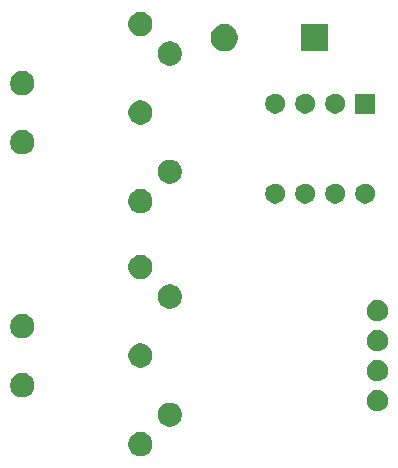
<source format=gbr>
G04 #@! TF.GenerationSoftware,KiCad,Pcbnew,5.1.5-52549c5~84~ubuntu18.04.1*
G04 #@! TF.CreationDate,2020-03-04T13:00:18-05:00*
G04 #@! TF.ProjectId,midi_io,6d696469-5f69-46f2-9e6b-696361645f70,1*
G04 #@! TF.SameCoordinates,Original*
G04 #@! TF.FileFunction,Soldermask,Bot*
G04 #@! TF.FilePolarity,Negative*
%FSLAX46Y46*%
G04 Gerber Fmt 4.6, Leading zero omitted, Abs format (unit mm)*
G04 Created by KiCad (PCBNEW 5.1.5-52549c5~84~ubuntu18.04.1) date 2020-03-04 13:00:18*
%MOMM*%
%LPD*%
G04 APERTURE LIST*
%ADD10C,0.100000*%
G04 APERTURE END LIST*
D10*
G36*
X144571215Y-116876621D02*
G01*
X144757899Y-116953948D01*
X144925911Y-117066210D01*
X145068790Y-117209089D01*
X145181052Y-117377101D01*
X145258379Y-117563785D01*
X145297800Y-117761967D01*
X145297800Y-117964033D01*
X145258379Y-118162215D01*
X145181052Y-118348899D01*
X145068790Y-118516911D01*
X144925911Y-118659790D01*
X144757899Y-118772052D01*
X144571215Y-118849379D01*
X144373033Y-118888800D01*
X144170967Y-118888800D01*
X143972785Y-118849379D01*
X143786101Y-118772052D01*
X143618089Y-118659790D01*
X143475210Y-118516911D01*
X143362948Y-118348899D01*
X143285621Y-118162215D01*
X143246200Y-117964033D01*
X143246200Y-117761967D01*
X143285621Y-117563785D01*
X143362948Y-117377101D01*
X143475210Y-117209089D01*
X143618089Y-117066210D01*
X143786101Y-116953948D01*
X143972785Y-116876621D01*
X144170967Y-116837200D01*
X144373033Y-116837200D01*
X144571215Y-116876621D01*
G37*
G36*
X147071215Y-114376621D02*
G01*
X147257899Y-114453948D01*
X147425911Y-114566210D01*
X147568790Y-114709089D01*
X147681052Y-114877101D01*
X147758379Y-115063785D01*
X147797800Y-115261967D01*
X147797800Y-115464033D01*
X147758379Y-115662215D01*
X147681052Y-115848899D01*
X147568790Y-116016911D01*
X147425911Y-116159790D01*
X147257899Y-116272052D01*
X147071215Y-116349379D01*
X146873033Y-116388800D01*
X146670967Y-116388800D01*
X146472785Y-116349379D01*
X146286101Y-116272052D01*
X146118089Y-116159790D01*
X145975210Y-116016911D01*
X145862948Y-115848899D01*
X145785621Y-115662215D01*
X145746200Y-115464033D01*
X145746200Y-115261967D01*
X145785621Y-115063785D01*
X145862948Y-114877101D01*
X145975210Y-114709089D01*
X146118089Y-114566210D01*
X146286101Y-114453948D01*
X146472785Y-114376621D01*
X146670967Y-114337200D01*
X146873033Y-114337200D01*
X147071215Y-114376621D01*
G37*
G36*
X164600754Y-113306817D02*
G01*
X164764689Y-113374721D01*
X164912227Y-113473303D01*
X165037697Y-113598773D01*
X165136279Y-113746311D01*
X165204183Y-113910246D01*
X165238800Y-114084279D01*
X165238800Y-114261721D01*
X165204183Y-114435754D01*
X165136279Y-114599689D01*
X165037697Y-114747227D01*
X164912227Y-114872697D01*
X164764689Y-114971279D01*
X164600754Y-115039183D01*
X164426721Y-115073800D01*
X164249279Y-115073800D01*
X164075246Y-115039183D01*
X163911311Y-114971279D01*
X163763773Y-114872697D01*
X163638303Y-114747227D01*
X163539721Y-114599689D01*
X163471817Y-114435754D01*
X163437200Y-114261721D01*
X163437200Y-114084279D01*
X163471817Y-113910246D01*
X163539721Y-113746311D01*
X163638303Y-113598773D01*
X163763773Y-113473303D01*
X163911311Y-113374721D01*
X164075246Y-113306817D01*
X164249279Y-113272200D01*
X164426721Y-113272200D01*
X164600754Y-113306817D01*
G37*
G36*
X134571215Y-111876621D02*
G01*
X134757899Y-111953948D01*
X134925911Y-112066210D01*
X135068790Y-112209089D01*
X135181052Y-112377101D01*
X135258379Y-112563785D01*
X135297800Y-112761967D01*
X135297800Y-112964033D01*
X135258379Y-113162215D01*
X135181052Y-113348899D01*
X135068790Y-113516911D01*
X134925911Y-113659790D01*
X134757899Y-113772052D01*
X134571215Y-113849379D01*
X134373033Y-113888800D01*
X134170967Y-113888800D01*
X133972785Y-113849379D01*
X133786101Y-113772052D01*
X133618089Y-113659790D01*
X133475210Y-113516911D01*
X133362948Y-113348899D01*
X133285621Y-113162215D01*
X133246200Y-112964033D01*
X133246200Y-112761967D01*
X133285621Y-112563785D01*
X133362948Y-112377101D01*
X133475210Y-112209089D01*
X133618089Y-112066210D01*
X133786101Y-111953948D01*
X133972785Y-111876621D01*
X134170967Y-111837200D01*
X134373033Y-111837200D01*
X134571215Y-111876621D01*
G37*
G36*
X164600754Y-110766817D02*
G01*
X164764689Y-110834721D01*
X164912227Y-110933303D01*
X165037697Y-111058773D01*
X165136279Y-111206311D01*
X165204183Y-111370246D01*
X165238800Y-111544279D01*
X165238800Y-111721721D01*
X165204183Y-111895754D01*
X165136279Y-112059689D01*
X165037697Y-112207227D01*
X164912227Y-112332697D01*
X164764689Y-112431279D01*
X164600754Y-112499183D01*
X164426721Y-112533800D01*
X164249279Y-112533800D01*
X164075246Y-112499183D01*
X163911311Y-112431279D01*
X163763773Y-112332697D01*
X163638303Y-112207227D01*
X163539721Y-112059689D01*
X163471817Y-111895754D01*
X163437200Y-111721721D01*
X163437200Y-111544279D01*
X163471817Y-111370246D01*
X163539721Y-111206311D01*
X163638303Y-111058773D01*
X163763773Y-110933303D01*
X163911311Y-110834721D01*
X164075246Y-110766817D01*
X164249279Y-110732200D01*
X164426721Y-110732200D01*
X164600754Y-110766817D01*
G37*
G36*
X144571215Y-109376621D02*
G01*
X144757899Y-109453948D01*
X144925911Y-109566210D01*
X145068790Y-109709089D01*
X145181052Y-109877101D01*
X145258379Y-110063785D01*
X145297800Y-110261967D01*
X145297800Y-110464033D01*
X145258379Y-110662215D01*
X145181052Y-110848899D01*
X145068790Y-111016911D01*
X144925911Y-111159790D01*
X144757899Y-111272052D01*
X144571215Y-111349379D01*
X144373033Y-111388800D01*
X144170967Y-111388800D01*
X143972785Y-111349379D01*
X143786101Y-111272052D01*
X143618089Y-111159790D01*
X143475210Y-111016911D01*
X143362948Y-110848899D01*
X143285621Y-110662215D01*
X143246200Y-110464033D01*
X143246200Y-110261967D01*
X143285621Y-110063785D01*
X143362948Y-109877101D01*
X143475210Y-109709089D01*
X143618089Y-109566210D01*
X143786101Y-109453948D01*
X143972785Y-109376621D01*
X144170967Y-109337200D01*
X144373033Y-109337200D01*
X144571215Y-109376621D01*
G37*
G36*
X164600754Y-108226817D02*
G01*
X164764689Y-108294721D01*
X164912227Y-108393303D01*
X165037697Y-108518773D01*
X165136279Y-108666311D01*
X165204183Y-108830246D01*
X165238800Y-109004279D01*
X165238800Y-109181721D01*
X165204183Y-109355754D01*
X165136279Y-109519689D01*
X165037697Y-109667227D01*
X164912227Y-109792697D01*
X164764689Y-109891279D01*
X164600754Y-109959183D01*
X164426721Y-109993800D01*
X164249279Y-109993800D01*
X164075246Y-109959183D01*
X163911311Y-109891279D01*
X163763773Y-109792697D01*
X163638303Y-109667227D01*
X163539721Y-109519689D01*
X163471817Y-109355754D01*
X163437200Y-109181721D01*
X163437200Y-109004279D01*
X163471817Y-108830246D01*
X163539721Y-108666311D01*
X163638303Y-108518773D01*
X163763773Y-108393303D01*
X163911311Y-108294721D01*
X164075246Y-108226817D01*
X164249279Y-108192200D01*
X164426721Y-108192200D01*
X164600754Y-108226817D01*
G37*
G36*
X134571215Y-106876621D02*
G01*
X134757899Y-106953948D01*
X134925911Y-107066210D01*
X135068790Y-107209089D01*
X135181052Y-107377101D01*
X135258379Y-107563785D01*
X135297800Y-107761967D01*
X135297800Y-107964033D01*
X135258379Y-108162215D01*
X135181052Y-108348899D01*
X135068790Y-108516911D01*
X134925911Y-108659790D01*
X134757899Y-108772052D01*
X134571215Y-108849379D01*
X134373033Y-108888800D01*
X134170967Y-108888800D01*
X133972785Y-108849379D01*
X133786101Y-108772052D01*
X133618089Y-108659790D01*
X133475210Y-108516911D01*
X133362948Y-108348899D01*
X133285621Y-108162215D01*
X133246200Y-107964033D01*
X133246200Y-107761967D01*
X133285621Y-107563785D01*
X133362948Y-107377101D01*
X133475210Y-107209089D01*
X133618089Y-107066210D01*
X133786101Y-106953948D01*
X133972785Y-106876621D01*
X134170967Y-106837200D01*
X134373033Y-106837200D01*
X134571215Y-106876621D01*
G37*
G36*
X164600754Y-105686817D02*
G01*
X164764689Y-105754721D01*
X164912227Y-105853303D01*
X165037697Y-105978773D01*
X165136279Y-106126311D01*
X165204183Y-106290246D01*
X165238800Y-106464279D01*
X165238800Y-106641721D01*
X165204183Y-106815754D01*
X165136279Y-106979689D01*
X165037697Y-107127227D01*
X164912227Y-107252697D01*
X164764689Y-107351279D01*
X164600754Y-107419183D01*
X164426721Y-107453800D01*
X164249279Y-107453800D01*
X164075246Y-107419183D01*
X163911311Y-107351279D01*
X163763773Y-107252697D01*
X163638303Y-107127227D01*
X163539721Y-106979689D01*
X163471817Y-106815754D01*
X163437200Y-106641721D01*
X163437200Y-106464279D01*
X163471817Y-106290246D01*
X163539721Y-106126311D01*
X163638303Y-105978773D01*
X163763773Y-105853303D01*
X163911311Y-105754721D01*
X164075246Y-105686817D01*
X164249279Y-105652200D01*
X164426721Y-105652200D01*
X164600754Y-105686817D01*
G37*
G36*
X147071215Y-104376621D02*
G01*
X147257899Y-104453948D01*
X147425911Y-104566210D01*
X147568790Y-104709089D01*
X147681052Y-104877101D01*
X147758379Y-105063785D01*
X147797800Y-105261967D01*
X147797800Y-105464033D01*
X147758379Y-105662215D01*
X147681052Y-105848899D01*
X147568790Y-106016911D01*
X147425911Y-106159790D01*
X147257899Y-106272052D01*
X147071215Y-106349379D01*
X146873033Y-106388800D01*
X146670967Y-106388800D01*
X146472785Y-106349379D01*
X146286101Y-106272052D01*
X146118089Y-106159790D01*
X145975210Y-106016911D01*
X145862948Y-105848899D01*
X145785621Y-105662215D01*
X145746200Y-105464033D01*
X145746200Y-105261967D01*
X145785621Y-105063785D01*
X145862948Y-104877101D01*
X145975210Y-104709089D01*
X146118089Y-104566210D01*
X146286101Y-104453948D01*
X146472785Y-104376621D01*
X146670967Y-104337200D01*
X146873033Y-104337200D01*
X147071215Y-104376621D01*
G37*
G36*
X144571215Y-101876621D02*
G01*
X144757899Y-101953948D01*
X144925911Y-102066210D01*
X145068790Y-102209089D01*
X145181052Y-102377101D01*
X145258379Y-102563785D01*
X145297800Y-102761967D01*
X145297800Y-102964033D01*
X145258379Y-103162215D01*
X145181052Y-103348899D01*
X145068790Y-103516911D01*
X144925911Y-103659790D01*
X144757899Y-103772052D01*
X144571215Y-103849379D01*
X144373033Y-103888800D01*
X144170967Y-103888800D01*
X143972785Y-103849379D01*
X143786101Y-103772052D01*
X143618089Y-103659790D01*
X143475210Y-103516911D01*
X143362948Y-103348899D01*
X143285621Y-103162215D01*
X143246200Y-102964033D01*
X143246200Y-102761967D01*
X143285621Y-102563785D01*
X143362948Y-102377101D01*
X143475210Y-102209089D01*
X143618089Y-102066210D01*
X143786101Y-101953948D01*
X143972785Y-101876621D01*
X144170967Y-101837200D01*
X144373033Y-101837200D01*
X144571215Y-101876621D01*
G37*
G36*
X144571215Y-96302621D02*
G01*
X144757899Y-96379948D01*
X144925911Y-96492210D01*
X145068790Y-96635089D01*
X145181052Y-96803101D01*
X145258379Y-96989785D01*
X145297800Y-97187967D01*
X145297800Y-97390033D01*
X145258379Y-97588215D01*
X145181052Y-97774899D01*
X145068790Y-97942911D01*
X144925911Y-98085790D01*
X144757899Y-98198052D01*
X144571215Y-98275379D01*
X144373033Y-98314800D01*
X144170967Y-98314800D01*
X143972785Y-98275379D01*
X143786101Y-98198052D01*
X143618089Y-98085790D01*
X143475210Y-97942911D01*
X143362948Y-97774899D01*
X143285621Y-97588215D01*
X143246200Y-97390033D01*
X143246200Y-97187967D01*
X143285621Y-96989785D01*
X143362948Y-96803101D01*
X143475210Y-96635089D01*
X143618089Y-96492210D01*
X143786101Y-96379948D01*
X143972785Y-96302621D01*
X144170967Y-96263200D01*
X144373033Y-96263200D01*
X144571215Y-96302621D01*
G37*
G36*
X158490169Y-95828895D02*
G01*
X158645005Y-95893031D01*
X158784354Y-95986140D01*
X158902860Y-96104646D01*
X158995969Y-96243995D01*
X159060105Y-96398831D01*
X159092800Y-96563203D01*
X159092800Y-96730797D01*
X159060105Y-96895169D01*
X158995969Y-97050005D01*
X158902860Y-97189354D01*
X158784354Y-97307860D01*
X158645005Y-97400969D01*
X158490169Y-97465105D01*
X158325797Y-97497800D01*
X158158203Y-97497800D01*
X157993831Y-97465105D01*
X157838995Y-97400969D01*
X157699646Y-97307860D01*
X157581140Y-97189354D01*
X157488031Y-97050005D01*
X157423895Y-96895169D01*
X157391200Y-96730797D01*
X157391200Y-96563203D01*
X157423895Y-96398831D01*
X157488031Y-96243995D01*
X157581140Y-96104646D01*
X157699646Y-95986140D01*
X157838995Y-95893031D01*
X157993831Y-95828895D01*
X158158203Y-95796200D01*
X158325797Y-95796200D01*
X158490169Y-95828895D01*
G37*
G36*
X161030169Y-95828895D02*
G01*
X161185005Y-95893031D01*
X161324354Y-95986140D01*
X161442860Y-96104646D01*
X161535969Y-96243995D01*
X161600105Y-96398831D01*
X161632800Y-96563203D01*
X161632800Y-96730797D01*
X161600105Y-96895169D01*
X161535969Y-97050005D01*
X161442860Y-97189354D01*
X161324354Y-97307860D01*
X161185005Y-97400969D01*
X161030169Y-97465105D01*
X160865797Y-97497800D01*
X160698203Y-97497800D01*
X160533831Y-97465105D01*
X160378995Y-97400969D01*
X160239646Y-97307860D01*
X160121140Y-97189354D01*
X160028031Y-97050005D01*
X159963895Y-96895169D01*
X159931200Y-96730797D01*
X159931200Y-96563203D01*
X159963895Y-96398831D01*
X160028031Y-96243995D01*
X160121140Y-96104646D01*
X160239646Y-95986140D01*
X160378995Y-95893031D01*
X160533831Y-95828895D01*
X160698203Y-95796200D01*
X160865797Y-95796200D01*
X161030169Y-95828895D01*
G37*
G36*
X155950169Y-95828895D02*
G01*
X156105005Y-95893031D01*
X156244354Y-95986140D01*
X156362860Y-96104646D01*
X156455969Y-96243995D01*
X156520105Y-96398831D01*
X156552800Y-96563203D01*
X156552800Y-96730797D01*
X156520105Y-96895169D01*
X156455969Y-97050005D01*
X156362860Y-97189354D01*
X156244354Y-97307860D01*
X156105005Y-97400969D01*
X155950169Y-97465105D01*
X155785797Y-97497800D01*
X155618203Y-97497800D01*
X155453831Y-97465105D01*
X155298995Y-97400969D01*
X155159646Y-97307860D01*
X155041140Y-97189354D01*
X154948031Y-97050005D01*
X154883895Y-96895169D01*
X154851200Y-96730797D01*
X154851200Y-96563203D01*
X154883895Y-96398831D01*
X154948031Y-96243995D01*
X155041140Y-96104646D01*
X155159646Y-95986140D01*
X155298995Y-95893031D01*
X155453831Y-95828895D01*
X155618203Y-95796200D01*
X155785797Y-95796200D01*
X155950169Y-95828895D01*
G37*
G36*
X163570169Y-95828895D02*
G01*
X163725005Y-95893031D01*
X163864354Y-95986140D01*
X163982860Y-96104646D01*
X164075969Y-96243995D01*
X164140105Y-96398831D01*
X164172800Y-96563203D01*
X164172800Y-96730797D01*
X164140105Y-96895169D01*
X164075969Y-97050005D01*
X163982860Y-97189354D01*
X163864354Y-97307860D01*
X163725005Y-97400969D01*
X163570169Y-97465105D01*
X163405797Y-97497800D01*
X163238203Y-97497800D01*
X163073831Y-97465105D01*
X162918995Y-97400969D01*
X162779646Y-97307860D01*
X162661140Y-97189354D01*
X162568031Y-97050005D01*
X162503895Y-96895169D01*
X162471200Y-96730797D01*
X162471200Y-96563203D01*
X162503895Y-96398831D01*
X162568031Y-96243995D01*
X162661140Y-96104646D01*
X162779646Y-95986140D01*
X162918995Y-95893031D01*
X163073831Y-95828895D01*
X163238203Y-95796200D01*
X163405797Y-95796200D01*
X163570169Y-95828895D01*
G37*
G36*
X147071215Y-93802621D02*
G01*
X147257899Y-93879948D01*
X147425911Y-93992210D01*
X147568790Y-94135089D01*
X147681052Y-94303101D01*
X147758379Y-94489785D01*
X147797800Y-94687967D01*
X147797800Y-94890033D01*
X147758379Y-95088215D01*
X147681052Y-95274899D01*
X147568790Y-95442911D01*
X147425911Y-95585790D01*
X147257899Y-95698052D01*
X147071215Y-95775379D01*
X146873033Y-95814800D01*
X146670967Y-95814800D01*
X146472785Y-95775379D01*
X146286101Y-95698052D01*
X146118089Y-95585790D01*
X145975210Y-95442911D01*
X145862948Y-95274899D01*
X145785621Y-95088215D01*
X145746200Y-94890033D01*
X145746200Y-94687967D01*
X145785621Y-94489785D01*
X145862948Y-94303101D01*
X145975210Y-94135089D01*
X146118089Y-93992210D01*
X146286101Y-93879948D01*
X146472785Y-93802621D01*
X146670967Y-93763200D01*
X146873033Y-93763200D01*
X147071215Y-93802621D01*
G37*
G36*
X134571215Y-91302621D02*
G01*
X134757899Y-91379948D01*
X134925911Y-91492210D01*
X135068790Y-91635089D01*
X135181052Y-91803101D01*
X135258379Y-91989785D01*
X135297800Y-92187967D01*
X135297800Y-92390033D01*
X135258379Y-92588215D01*
X135181052Y-92774899D01*
X135068790Y-92942911D01*
X134925911Y-93085790D01*
X134757899Y-93198052D01*
X134571215Y-93275379D01*
X134373033Y-93314800D01*
X134170967Y-93314800D01*
X133972785Y-93275379D01*
X133786101Y-93198052D01*
X133618089Y-93085790D01*
X133475210Y-92942911D01*
X133362948Y-92774899D01*
X133285621Y-92588215D01*
X133246200Y-92390033D01*
X133246200Y-92187967D01*
X133285621Y-91989785D01*
X133362948Y-91803101D01*
X133475210Y-91635089D01*
X133618089Y-91492210D01*
X133786101Y-91379948D01*
X133972785Y-91302621D01*
X134170967Y-91263200D01*
X134373033Y-91263200D01*
X134571215Y-91302621D01*
G37*
G36*
X144571215Y-88802621D02*
G01*
X144757899Y-88879948D01*
X144925911Y-88992210D01*
X145068790Y-89135089D01*
X145181052Y-89303101D01*
X145258379Y-89489785D01*
X145297800Y-89687967D01*
X145297800Y-89890033D01*
X145258379Y-90088215D01*
X145181052Y-90274899D01*
X145068790Y-90442911D01*
X144925911Y-90585790D01*
X144757899Y-90698052D01*
X144571215Y-90775379D01*
X144373033Y-90814800D01*
X144170967Y-90814800D01*
X143972785Y-90775379D01*
X143786101Y-90698052D01*
X143618089Y-90585790D01*
X143475210Y-90442911D01*
X143362948Y-90274899D01*
X143285621Y-90088215D01*
X143246200Y-89890033D01*
X143246200Y-89687967D01*
X143285621Y-89489785D01*
X143362948Y-89303101D01*
X143475210Y-89135089D01*
X143618089Y-88992210D01*
X143786101Y-88879948D01*
X143972785Y-88802621D01*
X144170967Y-88763200D01*
X144373033Y-88763200D01*
X144571215Y-88802621D01*
G37*
G36*
X161030169Y-88208895D02*
G01*
X161185005Y-88273031D01*
X161324354Y-88366140D01*
X161442860Y-88484646D01*
X161535969Y-88623995D01*
X161600105Y-88778831D01*
X161632800Y-88943203D01*
X161632800Y-89110797D01*
X161600105Y-89275169D01*
X161535969Y-89430005D01*
X161442860Y-89569354D01*
X161324354Y-89687860D01*
X161185005Y-89780969D01*
X161030169Y-89845105D01*
X160865797Y-89877800D01*
X160698203Y-89877800D01*
X160533831Y-89845105D01*
X160378995Y-89780969D01*
X160239646Y-89687860D01*
X160121140Y-89569354D01*
X160028031Y-89430005D01*
X159963895Y-89275169D01*
X159931200Y-89110797D01*
X159931200Y-88943203D01*
X159963895Y-88778831D01*
X160028031Y-88623995D01*
X160121140Y-88484646D01*
X160239646Y-88366140D01*
X160378995Y-88273031D01*
X160533831Y-88208895D01*
X160698203Y-88176200D01*
X160865797Y-88176200D01*
X161030169Y-88208895D01*
G37*
G36*
X155950169Y-88208895D02*
G01*
X156105005Y-88273031D01*
X156244354Y-88366140D01*
X156362860Y-88484646D01*
X156455969Y-88623995D01*
X156520105Y-88778831D01*
X156552800Y-88943203D01*
X156552800Y-89110797D01*
X156520105Y-89275169D01*
X156455969Y-89430005D01*
X156362860Y-89569354D01*
X156244354Y-89687860D01*
X156105005Y-89780969D01*
X155950169Y-89845105D01*
X155785797Y-89877800D01*
X155618203Y-89877800D01*
X155453831Y-89845105D01*
X155298995Y-89780969D01*
X155159646Y-89687860D01*
X155041140Y-89569354D01*
X154948031Y-89430005D01*
X154883895Y-89275169D01*
X154851200Y-89110797D01*
X154851200Y-88943203D01*
X154883895Y-88778831D01*
X154948031Y-88623995D01*
X155041140Y-88484646D01*
X155159646Y-88366140D01*
X155298995Y-88273031D01*
X155453831Y-88208895D01*
X155618203Y-88176200D01*
X155785797Y-88176200D01*
X155950169Y-88208895D01*
G37*
G36*
X158490169Y-88208895D02*
G01*
X158645005Y-88273031D01*
X158784354Y-88366140D01*
X158902860Y-88484646D01*
X158995969Y-88623995D01*
X159060105Y-88778831D01*
X159092800Y-88943203D01*
X159092800Y-89110797D01*
X159060105Y-89275169D01*
X158995969Y-89430005D01*
X158902860Y-89569354D01*
X158784354Y-89687860D01*
X158645005Y-89780969D01*
X158490169Y-89845105D01*
X158325797Y-89877800D01*
X158158203Y-89877800D01*
X157993831Y-89845105D01*
X157838995Y-89780969D01*
X157699646Y-89687860D01*
X157581140Y-89569354D01*
X157488031Y-89430005D01*
X157423895Y-89275169D01*
X157391200Y-89110797D01*
X157391200Y-88943203D01*
X157423895Y-88778831D01*
X157488031Y-88623995D01*
X157581140Y-88484646D01*
X157699646Y-88366140D01*
X157838995Y-88273031D01*
X157993831Y-88208895D01*
X158158203Y-88176200D01*
X158325797Y-88176200D01*
X158490169Y-88208895D01*
G37*
G36*
X164172800Y-89877800D02*
G01*
X162471200Y-89877800D01*
X162471200Y-88176200D01*
X164172800Y-88176200D01*
X164172800Y-89877800D01*
G37*
G36*
X134571215Y-86302621D02*
G01*
X134757899Y-86379948D01*
X134925911Y-86492210D01*
X135068790Y-86635089D01*
X135181052Y-86803101D01*
X135258379Y-86989785D01*
X135297800Y-87187967D01*
X135297800Y-87390033D01*
X135258379Y-87588215D01*
X135181052Y-87774899D01*
X135068790Y-87942911D01*
X134925911Y-88085790D01*
X134757899Y-88198052D01*
X134571215Y-88275379D01*
X134373033Y-88314800D01*
X134170967Y-88314800D01*
X133972785Y-88275379D01*
X133786101Y-88198052D01*
X133618089Y-88085790D01*
X133475210Y-87942911D01*
X133362948Y-87774899D01*
X133285621Y-87588215D01*
X133246200Y-87390033D01*
X133246200Y-87187967D01*
X133285621Y-86989785D01*
X133362948Y-86803101D01*
X133475210Y-86635089D01*
X133618089Y-86492210D01*
X133786101Y-86379948D01*
X133972785Y-86302621D01*
X134170967Y-86263200D01*
X134373033Y-86263200D01*
X134571215Y-86302621D01*
G37*
G36*
X147071215Y-83802621D02*
G01*
X147257899Y-83879948D01*
X147425911Y-83992210D01*
X147568790Y-84135089D01*
X147681052Y-84303101D01*
X147758379Y-84489785D01*
X147797800Y-84687967D01*
X147797800Y-84890033D01*
X147758379Y-85088215D01*
X147681052Y-85274899D01*
X147568790Y-85442911D01*
X147425911Y-85585790D01*
X147257899Y-85698052D01*
X147071215Y-85775379D01*
X146873033Y-85814800D01*
X146670967Y-85814800D01*
X146472785Y-85775379D01*
X146286101Y-85698052D01*
X146118089Y-85585790D01*
X145975210Y-85442911D01*
X145862948Y-85274899D01*
X145785621Y-85088215D01*
X145746200Y-84890033D01*
X145746200Y-84687967D01*
X145785621Y-84489785D01*
X145862948Y-84303101D01*
X145975210Y-84135089D01*
X146118089Y-83992210D01*
X146286101Y-83879948D01*
X146472785Y-83802621D01*
X146670967Y-83763200D01*
X146873033Y-83763200D01*
X147071215Y-83802621D01*
G37*
G36*
X151719676Y-82332425D02*
G01*
X151929109Y-82419174D01*
X152117594Y-82545116D01*
X152277884Y-82705406D01*
X152403826Y-82893891D01*
X152490575Y-83103324D01*
X152534800Y-83325656D01*
X152534800Y-83552344D01*
X152490575Y-83774676D01*
X152403826Y-83984109D01*
X152277884Y-84172594D01*
X152117594Y-84332884D01*
X151929109Y-84458826D01*
X151719676Y-84545575D01*
X151497344Y-84589800D01*
X151270656Y-84589800D01*
X151048324Y-84545575D01*
X150838891Y-84458826D01*
X150650406Y-84332884D01*
X150490116Y-84172594D01*
X150364174Y-83984109D01*
X150277425Y-83774676D01*
X150233200Y-83552344D01*
X150233200Y-83325656D01*
X150277425Y-83103324D01*
X150364174Y-82893891D01*
X150490116Y-82705406D01*
X150650406Y-82545116D01*
X150838891Y-82419174D01*
X151048324Y-82332425D01*
X151270656Y-82288200D01*
X151497344Y-82288200D01*
X151719676Y-82332425D01*
G37*
G36*
X160154800Y-84589800D02*
G01*
X157853200Y-84589800D01*
X157853200Y-82288200D01*
X160154800Y-82288200D01*
X160154800Y-84589800D01*
G37*
G36*
X144571215Y-81302621D02*
G01*
X144757899Y-81379948D01*
X144925911Y-81492210D01*
X145068790Y-81635089D01*
X145181052Y-81803101D01*
X145258379Y-81989785D01*
X145297800Y-82187967D01*
X145297800Y-82390033D01*
X145258379Y-82588215D01*
X145181052Y-82774899D01*
X145068790Y-82942911D01*
X144925911Y-83085790D01*
X144757899Y-83198052D01*
X144571215Y-83275379D01*
X144373033Y-83314800D01*
X144170967Y-83314800D01*
X143972785Y-83275379D01*
X143786101Y-83198052D01*
X143618089Y-83085790D01*
X143475210Y-82942911D01*
X143362948Y-82774899D01*
X143285621Y-82588215D01*
X143246200Y-82390033D01*
X143246200Y-82187967D01*
X143285621Y-81989785D01*
X143362948Y-81803101D01*
X143475210Y-81635089D01*
X143618089Y-81492210D01*
X143786101Y-81379948D01*
X143972785Y-81302621D01*
X144170967Y-81263200D01*
X144373033Y-81263200D01*
X144571215Y-81302621D01*
G37*
M02*

</source>
